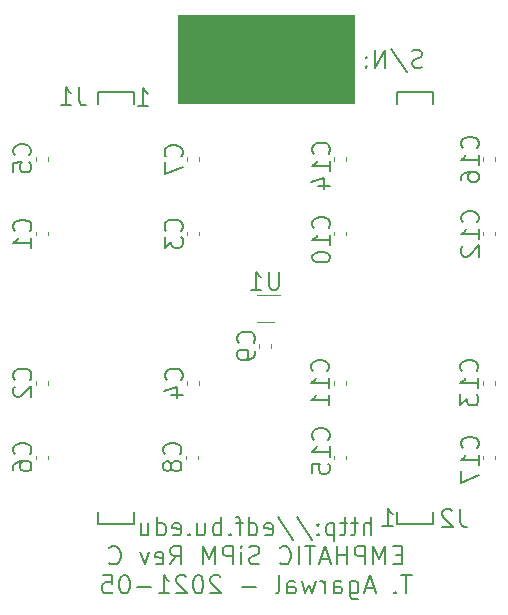
<source format=gbr>
%TF.GenerationSoftware,KiCad,Pcbnew,(5.1.9-0-10_14)*%
%TF.CreationDate,2021-05-13T13:43:04-04:00*%
%TF.ProjectId,SiPM_Board_RevC,5369504d-5f42-46f6-9172-645f52657643,rev?*%
%TF.SameCoordinates,Original*%
%TF.FileFunction,Legend,Bot*%
%TF.FilePolarity,Positive*%
%FSLAX46Y46*%
G04 Gerber Fmt 4.6, Leading zero omitted, Abs format (unit mm)*
G04 Created by KiCad (PCBNEW (5.1.9-0-10_14)) date 2021-05-13 13:43:04*
%MOMM*%
%LPD*%
G01*
G04 APERTURE LIST*
%ADD10C,0.165100*%
%ADD11C,0.100000*%
%ADD12C,0.120000*%
G04 APERTURE END LIST*
D10*
X158960857Y-119238328D02*
X158960857Y-117714328D01*
X158307714Y-119238328D02*
X158307714Y-118440042D01*
X158380285Y-118294900D01*
X158525428Y-118222328D01*
X158743142Y-118222328D01*
X158888285Y-118294900D01*
X158960857Y-118367471D01*
X157799714Y-118222328D02*
X157219142Y-118222328D01*
X157582000Y-117714328D02*
X157582000Y-119020614D01*
X157509428Y-119165757D01*
X157364285Y-119238328D01*
X157219142Y-119238328D01*
X156928857Y-118222328D02*
X156348285Y-118222328D01*
X156711142Y-117714328D02*
X156711142Y-119020614D01*
X156638571Y-119165757D01*
X156493428Y-119238328D01*
X156348285Y-119238328D01*
X155840285Y-118222328D02*
X155840285Y-119746328D01*
X155840285Y-118294900D02*
X155695142Y-118222328D01*
X155404857Y-118222328D01*
X155259714Y-118294900D01*
X155187142Y-118367471D01*
X155114571Y-118512614D01*
X155114571Y-118948042D01*
X155187142Y-119093185D01*
X155259714Y-119165757D01*
X155404857Y-119238328D01*
X155695142Y-119238328D01*
X155840285Y-119165757D01*
X154461428Y-119093185D02*
X154388857Y-119165757D01*
X154461428Y-119238328D01*
X154534000Y-119165757D01*
X154461428Y-119093185D01*
X154461428Y-119238328D01*
X154461428Y-118294900D02*
X154388857Y-118367471D01*
X154461428Y-118440042D01*
X154534000Y-118367471D01*
X154461428Y-118294900D01*
X154461428Y-118440042D01*
X152647142Y-117641757D02*
X153953428Y-119601185D01*
X151050571Y-117641757D02*
X152356857Y-119601185D01*
X149962000Y-119165757D02*
X150107142Y-119238328D01*
X150397428Y-119238328D01*
X150542571Y-119165757D01*
X150615142Y-119020614D01*
X150615142Y-118440042D01*
X150542571Y-118294900D01*
X150397428Y-118222328D01*
X150107142Y-118222328D01*
X149962000Y-118294900D01*
X149889428Y-118440042D01*
X149889428Y-118585185D01*
X150615142Y-118730328D01*
X148583142Y-119238328D02*
X148583142Y-117714328D01*
X148583142Y-119165757D02*
X148728285Y-119238328D01*
X149018571Y-119238328D01*
X149163714Y-119165757D01*
X149236285Y-119093185D01*
X149308857Y-118948042D01*
X149308857Y-118512614D01*
X149236285Y-118367471D01*
X149163714Y-118294900D01*
X149018571Y-118222328D01*
X148728285Y-118222328D01*
X148583142Y-118294900D01*
X148075142Y-118222328D02*
X147494571Y-118222328D01*
X147857428Y-119238328D02*
X147857428Y-117932042D01*
X147784857Y-117786900D01*
X147639714Y-117714328D01*
X147494571Y-117714328D01*
X146986571Y-119093185D02*
X146914000Y-119165757D01*
X146986571Y-119238328D01*
X147059142Y-119165757D01*
X146986571Y-119093185D01*
X146986571Y-119238328D01*
X146260857Y-119238328D02*
X146260857Y-117714328D01*
X146260857Y-118294900D02*
X146115714Y-118222328D01*
X145825428Y-118222328D01*
X145680285Y-118294900D01*
X145607714Y-118367471D01*
X145535142Y-118512614D01*
X145535142Y-118948042D01*
X145607714Y-119093185D01*
X145680285Y-119165757D01*
X145825428Y-119238328D01*
X146115714Y-119238328D01*
X146260857Y-119165757D01*
X144228857Y-118222328D02*
X144228857Y-119238328D01*
X144882000Y-118222328D02*
X144882000Y-119020614D01*
X144809428Y-119165757D01*
X144664285Y-119238328D01*
X144446571Y-119238328D01*
X144301428Y-119165757D01*
X144228857Y-119093185D01*
X143503142Y-119093185D02*
X143430571Y-119165757D01*
X143503142Y-119238328D01*
X143575714Y-119165757D01*
X143503142Y-119093185D01*
X143503142Y-119238328D01*
X142196857Y-119165757D02*
X142342000Y-119238328D01*
X142632285Y-119238328D01*
X142777428Y-119165757D01*
X142850000Y-119020614D01*
X142850000Y-118440042D01*
X142777428Y-118294900D01*
X142632285Y-118222328D01*
X142342000Y-118222328D01*
X142196857Y-118294900D01*
X142124285Y-118440042D01*
X142124285Y-118585185D01*
X142850000Y-118730328D01*
X140818000Y-119238328D02*
X140818000Y-117714328D01*
X140818000Y-119165757D02*
X140963142Y-119238328D01*
X141253428Y-119238328D01*
X141398571Y-119165757D01*
X141471142Y-119093185D01*
X141543714Y-118948042D01*
X141543714Y-118512614D01*
X141471142Y-118367471D01*
X141398571Y-118294900D01*
X141253428Y-118222328D01*
X140963142Y-118222328D01*
X140818000Y-118294900D01*
X139439142Y-118222328D02*
X139439142Y-119238328D01*
X140092285Y-118222328D02*
X140092285Y-119020614D01*
X140019714Y-119165757D01*
X139874571Y-119238328D01*
X139656857Y-119238328D01*
X139511714Y-119165757D01*
X139439142Y-119093185D01*
X161537142Y-120891142D02*
X161029142Y-120891142D01*
X160811428Y-121689428D02*
X161537142Y-121689428D01*
X161537142Y-120165428D01*
X160811428Y-120165428D01*
X160158285Y-121689428D02*
X160158285Y-120165428D01*
X159650285Y-121254000D01*
X159142285Y-120165428D01*
X159142285Y-121689428D01*
X158416571Y-121689428D02*
X158416571Y-120165428D01*
X157836000Y-120165428D01*
X157690857Y-120238000D01*
X157618285Y-120310571D01*
X157545714Y-120455714D01*
X157545714Y-120673428D01*
X157618285Y-120818571D01*
X157690857Y-120891142D01*
X157836000Y-120963714D01*
X158416571Y-120963714D01*
X156892571Y-121689428D02*
X156892571Y-120165428D01*
X156892571Y-120891142D02*
X156021714Y-120891142D01*
X156021714Y-121689428D02*
X156021714Y-120165428D01*
X155368571Y-121254000D02*
X154642857Y-121254000D01*
X155513714Y-121689428D02*
X155005714Y-120165428D01*
X154497714Y-121689428D01*
X154207428Y-120165428D02*
X153336571Y-120165428D01*
X153772000Y-121689428D02*
X153772000Y-120165428D01*
X152828571Y-121689428D02*
X152828571Y-120165428D01*
X151232000Y-121544285D02*
X151304571Y-121616857D01*
X151522285Y-121689428D01*
X151667428Y-121689428D01*
X151885142Y-121616857D01*
X152030285Y-121471714D01*
X152102857Y-121326571D01*
X152175428Y-121036285D01*
X152175428Y-120818571D01*
X152102857Y-120528285D01*
X152030285Y-120383142D01*
X151885142Y-120238000D01*
X151667428Y-120165428D01*
X151522285Y-120165428D01*
X151304571Y-120238000D01*
X151232000Y-120310571D01*
X149490285Y-121616857D02*
X149272571Y-121689428D01*
X148909714Y-121689428D01*
X148764571Y-121616857D01*
X148692000Y-121544285D01*
X148619428Y-121399142D01*
X148619428Y-121254000D01*
X148692000Y-121108857D01*
X148764571Y-121036285D01*
X148909714Y-120963714D01*
X149200000Y-120891142D01*
X149345142Y-120818571D01*
X149417714Y-120746000D01*
X149490285Y-120600857D01*
X149490285Y-120455714D01*
X149417714Y-120310571D01*
X149345142Y-120238000D01*
X149200000Y-120165428D01*
X148837142Y-120165428D01*
X148619428Y-120238000D01*
X147966285Y-121689428D02*
X147966285Y-120673428D01*
X147966285Y-120165428D02*
X148038857Y-120238000D01*
X147966285Y-120310571D01*
X147893714Y-120238000D01*
X147966285Y-120165428D01*
X147966285Y-120310571D01*
X147240571Y-121689428D02*
X147240571Y-120165428D01*
X146660000Y-120165428D01*
X146514857Y-120238000D01*
X146442285Y-120310571D01*
X146369714Y-120455714D01*
X146369714Y-120673428D01*
X146442285Y-120818571D01*
X146514857Y-120891142D01*
X146660000Y-120963714D01*
X147240571Y-120963714D01*
X145716571Y-121689428D02*
X145716571Y-120165428D01*
X145208571Y-121254000D01*
X144700571Y-120165428D01*
X144700571Y-121689428D01*
X141942857Y-121689428D02*
X142450857Y-120963714D01*
X142813714Y-121689428D02*
X142813714Y-120165428D01*
X142233142Y-120165428D01*
X142088000Y-120238000D01*
X142015428Y-120310571D01*
X141942857Y-120455714D01*
X141942857Y-120673428D01*
X142015428Y-120818571D01*
X142088000Y-120891142D01*
X142233142Y-120963714D01*
X142813714Y-120963714D01*
X140709142Y-121616857D02*
X140854285Y-121689428D01*
X141144571Y-121689428D01*
X141289714Y-121616857D01*
X141362285Y-121471714D01*
X141362285Y-120891142D01*
X141289714Y-120746000D01*
X141144571Y-120673428D01*
X140854285Y-120673428D01*
X140709142Y-120746000D01*
X140636571Y-120891142D01*
X140636571Y-121036285D01*
X141362285Y-121181428D01*
X140128571Y-120673428D02*
X139765714Y-121689428D01*
X139402857Y-120673428D01*
X136790285Y-121544285D02*
X136862857Y-121616857D01*
X137080571Y-121689428D01*
X137225714Y-121689428D01*
X137443428Y-121616857D01*
X137588571Y-121471714D01*
X137661142Y-121326571D01*
X137733714Y-121036285D01*
X137733714Y-120818571D01*
X137661142Y-120528285D01*
X137588571Y-120383142D01*
X137443428Y-120238000D01*
X137225714Y-120165428D01*
X137080571Y-120165428D01*
X136862857Y-120238000D01*
X136790285Y-120310571D01*
X162371714Y-122616528D02*
X161500857Y-122616528D01*
X161936285Y-124140528D02*
X161936285Y-122616528D01*
X160992857Y-123995385D02*
X160920285Y-124067957D01*
X160992857Y-124140528D01*
X161065428Y-124067957D01*
X160992857Y-123995385D01*
X160992857Y-124140528D01*
X159178571Y-123705100D02*
X158452857Y-123705100D01*
X159323714Y-124140528D02*
X158815714Y-122616528D01*
X158307714Y-124140528D01*
X157146571Y-123124528D02*
X157146571Y-124358242D01*
X157219142Y-124503385D01*
X157291714Y-124575957D01*
X157436857Y-124648528D01*
X157654571Y-124648528D01*
X157799714Y-124575957D01*
X157146571Y-124067957D02*
X157291714Y-124140528D01*
X157582000Y-124140528D01*
X157727142Y-124067957D01*
X157799714Y-123995385D01*
X157872285Y-123850242D01*
X157872285Y-123414814D01*
X157799714Y-123269671D01*
X157727142Y-123197100D01*
X157582000Y-123124528D01*
X157291714Y-123124528D01*
X157146571Y-123197100D01*
X155767714Y-124140528D02*
X155767714Y-123342242D01*
X155840285Y-123197100D01*
X155985428Y-123124528D01*
X156275714Y-123124528D01*
X156420857Y-123197100D01*
X155767714Y-124067957D02*
X155912857Y-124140528D01*
X156275714Y-124140528D01*
X156420857Y-124067957D01*
X156493428Y-123922814D01*
X156493428Y-123777671D01*
X156420857Y-123632528D01*
X156275714Y-123559957D01*
X155912857Y-123559957D01*
X155767714Y-123487385D01*
X155042000Y-124140528D02*
X155042000Y-123124528D01*
X155042000Y-123414814D02*
X154969428Y-123269671D01*
X154896857Y-123197100D01*
X154751714Y-123124528D01*
X154606571Y-123124528D01*
X154243714Y-123124528D02*
X153953428Y-124140528D01*
X153663142Y-123414814D01*
X153372857Y-124140528D01*
X153082571Y-123124528D01*
X151848857Y-124140528D02*
X151848857Y-123342242D01*
X151921428Y-123197100D01*
X152066571Y-123124528D01*
X152356857Y-123124528D01*
X152502000Y-123197100D01*
X151848857Y-124067957D02*
X151994000Y-124140528D01*
X152356857Y-124140528D01*
X152502000Y-124067957D01*
X152574571Y-123922814D01*
X152574571Y-123777671D01*
X152502000Y-123632528D01*
X152356857Y-123559957D01*
X151994000Y-123559957D01*
X151848857Y-123487385D01*
X150905428Y-124140528D02*
X151050571Y-124067957D01*
X151123142Y-123922814D01*
X151123142Y-122616528D01*
X149163714Y-123559957D02*
X148002571Y-123559957D01*
X146188285Y-122761671D02*
X146115714Y-122689100D01*
X145970571Y-122616528D01*
X145607714Y-122616528D01*
X145462571Y-122689100D01*
X145390000Y-122761671D01*
X145317428Y-122906814D01*
X145317428Y-123051957D01*
X145390000Y-123269671D01*
X146260857Y-124140528D01*
X145317428Y-124140528D01*
X144374000Y-122616528D02*
X144228857Y-122616528D01*
X144083714Y-122689100D01*
X144011142Y-122761671D01*
X143938571Y-122906814D01*
X143866000Y-123197100D01*
X143866000Y-123559957D01*
X143938571Y-123850242D01*
X144011142Y-123995385D01*
X144083714Y-124067957D01*
X144228857Y-124140528D01*
X144374000Y-124140528D01*
X144519142Y-124067957D01*
X144591714Y-123995385D01*
X144664285Y-123850242D01*
X144736857Y-123559957D01*
X144736857Y-123197100D01*
X144664285Y-122906814D01*
X144591714Y-122761671D01*
X144519142Y-122689100D01*
X144374000Y-122616528D01*
X143285428Y-122761671D02*
X143212857Y-122689100D01*
X143067714Y-122616528D01*
X142704857Y-122616528D01*
X142559714Y-122689100D01*
X142487142Y-122761671D01*
X142414571Y-122906814D01*
X142414571Y-123051957D01*
X142487142Y-123269671D01*
X143358000Y-124140528D01*
X142414571Y-124140528D01*
X140963142Y-124140528D02*
X141834000Y-124140528D01*
X141398571Y-124140528D02*
X141398571Y-122616528D01*
X141543714Y-122834242D01*
X141688857Y-122979385D01*
X141834000Y-123051957D01*
X140310000Y-123559957D02*
X139148857Y-123559957D01*
X138132857Y-122616528D02*
X137987714Y-122616528D01*
X137842571Y-122689100D01*
X137770000Y-122761671D01*
X137697428Y-122906814D01*
X137624857Y-123197100D01*
X137624857Y-123559957D01*
X137697428Y-123850242D01*
X137770000Y-123995385D01*
X137842571Y-124067957D01*
X137987714Y-124140528D01*
X138132857Y-124140528D01*
X138278000Y-124067957D01*
X138350571Y-123995385D01*
X138423142Y-123850242D01*
X138495714Y-123559957D01*
X138495714Y-123197100D01*
X138423142Y-122906814D01*
X138350571Y-122761671D01*
X138278000Y-122689100D01*
X138132857Y-122616528D01*
X136246000Y-122616528D02*
X136971714Y-122616528D01*
X137044285Y-123342242D01*
X136971714Y-123269671D01*
X136826571Y-123197100D01*
X136463714Y-123197100D01*
X136318571Y-123269671D01*
X136246000Y-123342242D01*
X136173428Y-123487385D01*
X136173428Y-123850242D01*
X136246000Y-123995385D01*
X136318571Y-124067957D01*
X136463714Y-124140528D01*
X136826571Y-124140528D01*
X136971714Y-124067957D01*
X137044285Y-123995385D01*
D11*
G36*
X157500000Y-82600000D02*
G01*
X142600000Y-82600000D01*
X142600000Y-75200000D01*
X157500000Y-75200000D01*
X157500000Y-82600000D01*
G37*
X157500000Y-82600000D02*
X142600000Y-82600000D01*
X142600000Y-75200000D01*
X157500000Y-75200000D01*
X157500000Y-82600000D01*
D10*
X163264857Y-79566857D02*
X163047142Y-79639428D01*
X162684285Y-79639428D01*
X162539142Y-79566857D01*
X162466571Y-79494285D01*
X162394000Y-79349142D01*
X162394000Y-79204000D01*
X162466571Y-79058857D01*
X162539142Y-78986285D01*
X162684285Y-78913714D01*
X162974571Y-78841142D01*
X163119714Y-78768571D01*
X163192285Y-78696000D01*
X163264857Y-78550857D01*
X163264857Y-78405714D01*
X163192285Y-78260571D01*
X163119714Y-78188000D01*
X162974571Y-78115428D01*
X162611714Y-78115428D01*
X162394000Y-78188000D01*
X160652285Y-78042857D02*
X161958571Y-80002285D01*
X160144285Y-79639428D02*
X160144285Y-78115428D01*
X159273428Y-79639428D01*
X159273428Y-78115428D01*
X158547714Y-79494285D02*
X158475142Y-79566857D01*
X158547714Y-79639428D01*
X158620285Y-79566857D01*
X158547714Y-79494285D01*
X158547714Y-79639428D01*
X158547714Y-78696000D02*
X158475142Y-78768571D01*
X158547714Y-78841142D01*
X158620285Y-78768571D01*
X158547714Y-78696000D01*
X158547714Y-78841142D01*
%TO.C,J2*%
X161106000Y-81712000D02*
X164154000Y-81712000D01*
X164154000Y-81712000D02*
X164154000Y-82728000D01*
X161106000Y-82728000D02*
X161106000Y-81712000D01*
X161106000Y-118288000D02*
X161106000Y-117272000D01*
X164154000Y-118288000D02*
X161106000Y-118288000D01*
X164154000Y-117272000D02*
X164154000Y-118288000D01*
D12*
%TO.C,C16*%
X168430000Y-87223733D02*
X168430000Y-87516267D01*
X169450000Y-87223733D02*
X169450000Y-87516267D01*
%TO.C,U1*%
X149300000Y-98840000D02*
X151200000Y-98840000D01*
X150700000Y-101160000D02*
X149300000Y-101160000D01*
D10*
%TO.C,J1*%
X138894000Y-118288000D02*
X135846000Y-118288000D01*
X135846000Y-118288000D02*
X135846000Y-117272000D01*
X138894000Y-117272000D02*
X138894000Y-118288000D01*
X138894000Y-81712000D02*
X138894000Y-82728000D01*
X135846000Y-81712000D02*
X138894000Y-81712000D01*
X135846000Y-82728000D02*
X135846000Y-81712000D01*
D12*
%TO.C,C15*%
X155800000Y-112483733D02*
X155800000Y-112776267D01*
X156820000Y-112483733D02*
X156820000Y-112776267D01*
%TO.C,C9*%
X150510000Y-103033733D02*
X150510000Y-103326267D01*
X149490000Y-103033733D02*
X149490000Y-103326267D01*
%TO.C,C5*%
X131570000Y-87223733D02*
X131570000Y-87516267D01*
X130550000Y-87223733D02*
X130550000Y-87516267D01*
%TO.C,C7*%
X143360000Y-87223733D02*
X143360000Y-87516267D01*
X144380000Y-87223733D02*
X144380000Y-87516267D01*
%TO.C,C6*%
X131570000Y-112483733D02*
X131570000Y-112776267D01*
X130550000Y-112483733D02*
X130550000Y-112776267D01*
%TO.C,C8*%
X143310000Y-112483733D02*
X143310000Y-112776267D01*
X144330000Y-112483733D02*
X144330000Y-112776267D01*
%TO.C,C14*%
X156820000Y-87223733D02*
X156820000Y-87516267D01*
X155800000Y-87223733D02*
X155800000Y-87516267D01*
%TO.C,C17*%
X169450000Y-112483733D02*
X169450000Y-112776267D01*
X168430000Y-112483733D02*
X168430000Y-112776267D01*
%TO.C,C1*%
X130550000Y-93543733D02*
X130550000Y-93836267D01*
X131570000Y-93543733D02*
X131570000Y-93836267D01*
%TO.C,C3*%
X144380000Y-93543733D02*
X144380000Y-93836267D01*
X143360000Y-93543733D02*
X143360000Y-93836267D01*
%TO.C,C2*%
X130550000Y-106163733D02*
X130550000Y-106456267D01*
X131570000Y-106163733D02*
X131570000Y-106456267D01*
%TO.C,C4*%
X144380000Y-106163733D02*
X144380000Y-106456267D01*
X143360000Y-106163733D02*
X143360000Y-106456267D01*
%TO.C,C10*%
X155800000Y-93543733D02*
X155800000Y-93836267D01*
X156820000Y-93543733D02*
X156820000Y-93836267D01*
%TO.C,C12*%
X169450000Y-93543733D02*
X169450000Y-93836267D01*
X168430000Y-93543733D02*
X168430000Y-93836267D01*
%TO.C,C11*%
X155800000Y-106163733D02*
X155800000Y-106456267D01*
X156820000Y-106163733D02*
X156820000Y-106456267D01*
%TO.C,C13*%
X169450000Y-106163733D02*
X169450000Y-106456267D01*
X168430000Y-106163733D02*
X168430000Y-106456267D01*
%TO.C,J2*%
D10*
X166468000Y-116985428D02*
X166468000Y-118074000D01*
X166540571Y-118291714D01*
X166685714Y-118436857D01*
X166903428Y-118509428D01*
X167048571Y-118509428D01*
X165814857Y-117130571D02*
X165742285Y-117058000D01*
X165597142Y-116985428D01*
X165234285Y-116985428D01*
X165089142Y-117058000D01*
X165016571Y-117130571D01*
X164944000Y-117275714D01*
X164944000Y-117420857D01*
X165016571Y-117638571D01*
X165887428Y-118509428D01*
X164944000Y-118509428D01*
X159908571Y-118469428D02*
X160779428Y-118469428D01*
X160344000Y-118469428D02*
X160344000Y-116945428D01*
X160489142Y-117163142D01*
X160634285Y-117308285D01*
X160779428Y-117380857D01*
%TO.C,C16*%
X167944285Y-86420285D02*
X168016857Y-86347714D01*
X168089428Y-86130000D01*
X168089428Y-85984857D01*
X168016857Y-85767142D01*
X167871714Y-85622000D01*
X167726571Y-85549428D01*
X167436285Y-85476857D01*
X167218571Y-85476857D01*
X166928285Y-85549428D01*
X166783142Y-85622000D01*
X166638000Y-85767142D01*
X166565428Y-85984857D01*
X166565428Y-86130000D01*
X166638000Y-86347714D01*
X166710571Y-86420285D01*
X168089428Y-87871714D02*
X168089428Y-87000857D01*
X168089428Y-87436285D02*
X166565428Y-87436285D01*
X166783142Y-87291142D01*
X166928285Y-87146000D01*
X167000857Y-87000857D01*
X166565428Y-89178000D02*
X166565428Y-88887714D01*
X166638000Y-88742571D01*
X166710571Y-88670000D01*
X166928285Y-88524857D01*
X167218571Y-88452285D01*
X167799142Y-88452285D01*
X167944285Y-88524857D01*
X168016857Y-88597428D01*
X168089428Y-88742571D01*
X168089428Y-89032857D01*
X168016857Y-89178000D01*
X167944285Y-89250571D01*
X167799142Y-89323142D01*
X167436285Y-89323142D01*
X167291142Y-89250571D01*
X167218571Y-89178000D01*
X167146000Y-89032857D01*
X167146000Y-88742571D01*
X167218571Y-88597428D01*
X167291142Y-88524857D01*
X167436285Y-88452285D01*
%TO.C,U1*%
X151161142Y-96915428D02*
X151161142Y-98149142D01*
X151088571Y-98294285D01*
X151016000Y-98366857D01*
X150870857Y-98439428D01*
X150580571Y-98439428D01*
X150435428Y-98366857D01*
X150362857Y-98294285D01*
X150290285Y-98149142D01*
X150290285Y-96915428D01*
X148766285Y-98439428D02*
X149637142Y-98439428D01*
X149201714Y-98439428D02*
X149201714Y-96915428D01*
X149346857Y-97133142D01*
X149492000Y-97278285D01*
X149637142Y-97350857D01*
%TO.C,J1*%
X134208000Y-81305428D02*
X134208000Y-82394000D01*
X134280571Y-82611714D01*
X134425714Y-82756857D01*
X134643428Y-82829428D01*
X134788571Y-82829428D01*
X132684000Y-82829428D02*
X133554857Y-82829428D01*
X133119428Y-82829428D02*
X133119428Y-81305428D01*
X133264571Y-81523142D01*
X133409714Y-81668285D01*
X133554857Y-81740857D01*
X139220571Y-82909428D02*
X140091428Y-82909428D01*
X139656000Y-82909428D02*
X139656000Y-81385428D01*
X139801142Y-81603142D01*
X139946285Y-81748285D01*
X140091428Y-81820857D01*
%TO.C,C15*%
X155314285Y-111120285D02*
X155386857Y-111047714D01*
X155459428Y-110830000D01*
X155459428Y-110684857D01*
X155386857Y-110467142D01*
X155241714Y-110322000D01*
X155096571Y-110249428D01*
X154806285Y-110176857D01*
X154588571Y-110176857D01*
X154298285Y-110249428D01*
X154153142Y-110322000D01*
X154008000Y-110467142D01*
X153935428Y-110684857D01*
X153935428Y-110830000D01*
X154008000Y-111047714D01*
X154080571Y-111120285D01*
X155459428Y-112571714D02*
X155459428Y-111700857D01*
X155459428Y-112136285D02*
X153935428Y-112136285D01*
X154153142Y-111991142D01*
X154298285Y-111846000D01*
X154370857Y-111700857D01*
X153935428Y-113950571D02*
X153935428Y-113224857D01*
X154661142Y-113152285D01*
X154588571Y-113224857D01*
X154516000Y-113370000D01*
X154516000Y-113732857D01*
X154588571Y-113878000D01*
X154661142Y-113950571D01*
X154806285Y-114023142D01*
X155169142Y-114023142D01*
X155314285Y-113950571D01*
X155386857Y-113878000D01*
X155459428Y-113732857D01*
X155459428Y-113370000D01*
X155386857Y-113224857D01*
X155314285Y-113152285D01*
%TO.C,C9*%
X148994285Y-102916000D02*
X149066857Y-102843428D01*
X149139428Y-102625714D01*
X149139428Y-102480571D01*
X149066857Y-102262857D01*
X148921714Y-102117714D01*
X148776571Y-102045142D01*
X148486285Y-101972571D01*
X148268571Y-101972571D01*
X147978285Y-102045142D01*
X147833142Y-102117714D01*
X147688000Y-102262857D01*
X147615428Y-102480571D01*
X147615428Y-102625714D01*
X147688000Y-102843428D01*
X147760571Y-102916000D01*
X149139428Y-103641714D02*
X149139428Y-103932000D01*
X149066857Y-104077142D01*
X148994285Y-104149714D01*
X148776571Y-104294857D01*
X148486285Y-104367428D01*
X147905714Y-104367428D01*
X147760571Y-104294857D01*
X147688000Y-104222285D01*
X147615428Y-104077142D01*
X147615428Y-103786857D01*
X147688000Y-103641714D01*
X147760571Y-103569142D01*
X147905714Y-103496571D01*
X148268571Y-103496571D01*
X148413714Y-103569142D01*
X148486285Y-103641714D01*
X148558857Y-103786857D01*
X148558857Y-104077142D01*
X148486285Y-104222285D01*
X148413714Y-104294857D01*
X148268571Y-104367428D01*
%TO.C,C5*%
X130014285Y-87046000D02*
X130086857Y-86973428D01*
X130159428Y-86755714D01*
X130159428Y-86610571D01*
X130086857Y-86392857D01*
X129941714Y-86247714D01*
X129796571Y-86175142D01*
X129506285Y-86102571D01*
X129288571Y-86102571D01*
X128998285Y-86175142D01*
X128853142Y-86247714D01*
X128708000Y-86392857D01*
X128635428Y-86610571D01*
X128635428Y-86755714D01*
X128708000Y-86973428D01*
X128780571Y-87046000D01*
X128635428Y-88424857D02*
X128635428Y-87699142D01*
X129361142Y-87626571D01*
X129288571Y-87699142D01*
X129216000Y-87844285D01*
X129216000Y-88207142D01*
X129288571Y-88352285D01*
X129361142Y-88424857D01*
X129506285Y-88497428D01*
X129869142Y-88497428D01*
X130014285Y-88424857D01*
X130086857Y-88352285D01*
X130159428Y-88207142D01*
X130159428Y-87844285D01*
X130086857Y-87699142D01*
X130014285Y-87626571D01*
%TO.C,C7*%
X142844285Y-87146000D02*
X142916857Y-87073428D01*
X142989428Y-86855714D01*
X142989428Y-86710571D01*
X142916857Y-86492857D01*
X142771714Y-86347714D01*
X142626571Y-86275142D01*
X142336285Y-86202571D01*
X142118571Y-86202571D01*
X141828285Y-86275142D01*
X141683142Y-86347714D01*
X141538000Y-86492857D01*
X141465428Y-86710571D01*
X141465428Y-86855714D01*
X141538000Y-87073428D01*
X141610571Y-87146000D01*
X141465428Y-87654000D02*
X141465428Y-88670000D01*
X142989428Y-88016857D01*
%TO.C,C6*%
X130044285Y-112346000D02*
X130116857Y-112273428D01*
X130189428Y-112055714D01*
X130189428Y-111910571D01*
X130116857Y-111692857D01*
X129971714Y-111547714D01*
X129826571Y-111475142D01*
X129536285Y-111402571D01*
X129318571Y-111402571D01*
X129028285Y-111475142D01*
X128883142Y-111547714D01*
X128738000Y-111692857D01*
X128665428Y-111910571D01*
X128665428Y-112055714D01*
X128738000Y-112273428D01*
X128810571Y-112346000D01*
X128665428Y-113652285D02*
X128665428Y-113362000D01*
X128738000Y-113216857D01*
X128810571Y-113144285D01*
X129028285Y-112999142D01*
X129318571Y-112926571D01*
X129899142Y-112926571D01*
X130044285Y-112999142D01*
X130116857Y-113071714D01*
X130189428Y-113216857D01*
X130189428Y-113507142D01*
X130116857Y-113652285D01*
X130044285Y-113724857D01*
X129899142Y-113797428D01*
X129536285Y-113797428D01*
X129391142Y-113724857D01*
X129318571Y-113652285D01*
X129246000Y-113507142D01*
X129246000Y-113216857D01*
X129318571Y-113071714D01*
X129391142Y-112999142D01*
X129536285Y-112926571D01*
%TO.C,C8*%
X142744285Y-112346000D02*
X142816857Y-112273428D01*
X142889428Y-112055714D01*
X142889428Y-111910571D01*
X142816857Y-111692857D01*
X142671714Y-111547714D01*
X142526571Y-111475142D01*
X142236285Y-111402571D01*
X142018571Y-111402571D01*
X141728285Y-111475142D01*
X141583142Y-111547714D01*
X141438000Y-111692857D01*
X141365428Y-111910571D01*
X141365428Y-112055714D01*
X141438000Y-112273428D01*
X141510571Y-112346000D01*
X142018571Y-113216857D02*
X141946000Y-113071714D01*
X141873428Y-112999142D01*
X141728285Y-112926571D01*
X141655714Y-112926571D01*
X141510571Y-112999142D01*
X141438000Y-113071714D01*
X141365428Y-113216857D01*
X141365428Y-113507142D01*
X141438000Y-113652285D01*
X141510571Y-113724857D01*
X141655714Y-113797428D01*
X141728285Y-113797428D01*
X141873428Y-113724857D01*
X141946000Y-113652285D01*
X142018571Y-113507142D01*
X142018571Y-113216857D01*
X142091142Y-113071714D01*
X142163714Y-112999142D01*
X142308857Y-112926571D01*
X142599142Y-112926571D01*
X142744285Y-112999142D01*
X142816857Y-113071714D01*
X142889428Y-113216857D01*
X142889428Y-113507142D01*
X142816857Y-113652285D01*
X142744285Y-113724857D01*
X142599142Y-113797428D01*
X142308857Y-113797428D01*
X142163714Y-113724857D01*
X142091142Y-113652285D01*
X142018571Y-113507142D01*
%TO.C,C14*%
X155344285Y-86920285D02*
X155416857Y-86847714D01*
X155489428Y-86630000D01*
X155489428Y-86484857D01*
X155416857Y-86267142D01*
X155271714Y-86122000D01*
X155126571Y-86049428D01*
X154836285Y-85976857D01*
X154618571Y-85976857D01*
X154328285Y-86049428D01*
X154183142Y-86122000D01*
X154038000Y-86267142D01*
X153965428Y-86484857D01*
X153965428Y-86630000D01*
X154038000Y-86847714D01*
X154110571Y-86920285D01*
X155489428Y-88371714D02*
X155489428Y-87500857D01*
X155489428Y-87936285D02*
X153965428Y-87936285D01*
X154183142Y-87791142D01*
X154328285Y-87646000D01*
X154400857Y-87500857D01*
X154473428Y-89678000D02*
X155489428Y-89678000D01*
X153892857Y-89315142D02*
X154981428Y-88952285D01*
X154981428Y-89895714D01*
%TO.C,C17*%
X167944285Y-111820285D02*
X168016857Y-111747714D01*
X168089428Y-111530000D01*
X168089428Y-111384857D01*
X168016857Y-111167142D01*
X167871714Y-111022000D01*
X167726571Y-110949428D01*
X167436285Y-110876857D01*
X167218571Y-110876857D01*
X166928285Y-110949428D01*
X166783142Y-111022000D01*
X166638000Y-111167142D01*
X166565428Y-111384857D01*
X166565428Y-111530000D01*
X166638000Y-111747714D01*
X166710571Y-111820285D01*
X168089428Y-113271714D02*
X168089428Y-112400857D01*
X168089428Y-112836285D02*
X166565428Y-112836285D01*
X166783142Y-112691142D01*
X166928285Y-112546000D01*
X167000857Y-112400857D01*
X166565428Y-113779714D02*
X166565428Y-114795714D01*
X168089428Y-114142571D01*
%TO.C,C1*%
X130044285Y-93446000D02*
X130116857Y-93373428D01*
X130189428Y-93155714D01*
X130189428Y-93010571D01*
X130116857Y-92792857D01*
X129971714Y-92647714D01*
X129826571Y-92575142D01*
X129536285Y-92502571D01*
X129318571Y-92502571D01*
X129028285Y-92575142D01*
X128883142Y-92647714D01*
X128738000Y-92792857D01*
X128665428Y-93010571D01*
X128665428Y-93155714D01*
X128738000Y-93373428D01*
X128810571Y-93446000D01*
X130189428Y-94897428D02*
X130189428Y-94026571D01*
X130189428Y-94462000D02*
X128665428Y-94462000D01*
X128883142Y-94316857D01*
X129028285Y-94171714D01*
X129100857Y-94026571D01*
%TO.C,C3*%
X142844285Y-93436000D02*
X142916857Y-93363428D01*
X142989428Y-93145714D01*
X142989428Y-93000571D01*
X142916857Y-92782857D01*
X142771714Y-92637714D01*
X142626571Y-92565142D01*
X142336285Y-92492571D01*
X142118571Y-92492571D01*
X141828285Y-92565142D01*
X141683142Y-92637714D01*
X141538000Y-92782857D01*
X141465428Y-93000571D01*
X141465428Y-93145714D01*
X141538000Y-93363428D01*
X141610571Y-93436000D01*
X141465428Y-93944000D02*
X141465428Y-94887428D01*
X142046000Y-94379428D01*
X142046000Y-94597142D01*
X142118571Y-94742285D01*
X142191142Y-94814857D01*
X142336285Y-94887428D01*
X142699142Y-94887428D01*
X142844285Y-94814857D01*
X142916857Y-94742285D01*
X142989428Y-94597142D01*
X142989428Y-94161714D01*
X142916857Y-94016571D01*
X142844285Y-93944000D01*
%TO.C,C2*%
X130044285Y-106046000D02*
X130116857Y-105973428D01*
X130189428Y-105755714D01*
X130189428Y-105610571D01*
X130116857Y-105392857D01*
X129971714Y-105247714D01*
X129826571Y-105175142D01*
X129536285Y-105102571D01*
X129318571Y-105102571D01*
X129028285Y-105175142D01*
X128883142Y-105247714D01*
X128738000Y-105392857D01*
X128665428Y-105610571D01*
X128665428Y-105755714D01*
X128738000Y-105973428D01*
X128810571Y-106046000D01*
X128810571Y-106626571D02*
X128738000Y-106699142D01*
X128665428Y-106844285D01*
X128665428Y-107207142D01*
X128738000Y-107352285D01*
X128810571Y-107424857D01*
X128955714Y-107497428D01*
X129100857Y-107497428D01*
X129318571Y-107424857D01*
X130189428Y-106554000D01*
X130189428Y-107497428D01*
%TO.C,C4*%
X142874285Y-106046000D02*
X142946857Y-105973428D01*
X143019428Y-105755714D01*
X143019428Y-105610571D01*
X142946857Y-105392857D01*
X142801714Y-105247714D01*
X142656571Y-105175142D01*
X142366285Y-105102571D01*
X142148571Y-105102571D01*
X141858285Y-105175142D01*
X141713142Y-105247714D01*
X141568000Y-105392857D01*
X141495428Y-105610571D01*
X141495428Y-105755714D01*
X141568000Y-105973428D01*
X141640571Y-106046000D01*
X142003428Y-107352285D02*
X143019428Y-107352285D01*
X141422857Y-106989428D02*
X142511428Y-106626571D01*
X142511428Y-107570000D01*
%TO.C,C10*%
X155344285Y-93220285D02*
X155416857Y-93147714D01*
X155489428Y-92930000D01*
X155489428Y-92784857D01*
X155416857Y-92567142D01*
X155271714Y-92422000D01*
X155126571Y-92349428D01*
X154836285Y-92276857D01*
X154618571Y-92276857D01*
X154328285Y-92349428D01*
X154183142Y-92422000D01*
X154038000Y-92567142D01*
X153965428Y-92784857D01*
X153965428Y-92930000D01*
X154038000Y-93147714D01*
X154110571Y-93220285D01*
X155489428Y-94671714D02*
X155489428Y-93800857D01*
X155489428Y-94236285D02*
X153965428Y-94236285D01*
X154183142Y-94091142D01*
X154328285Y-93946000D01*
X154400857Y-93800857D01*
X153965428Y-95615142D02*
X153965428Y-95760285D01*
X154038000Y-95905428D01*
X154110571Y-95978000D01*
X154255714Y-96050571D01*
X154546000Y-96123142D01*
X154908857Y-96123142D01*
X155199142Y-96050571D01*
X155344285Y-95978000D01*
X155416857Y-95905428D01*
X155489428Y-95760285D01*
X155489428Y-95615142D01*
X155416857Y-95470000D01*
X155344285Y-95397428D01*
X155199142Y-95324857D01*
X154908857Y-95252285D01*
X154546000Y-95252285D01*
X154255714Y-95324857D01*
X154110571Y-95397428D01*
X154038000Y-95470000D01*
X153965428Y-95615142D01*
%TO.C,C12*%
X167944285Y-92720285D02*
X168016857Y-92647714D01*
X168089428Y-92430000D01*
X168089428Y-92284857D01*
X168016857Y-92067142D01*
X167871714Y-91922000D01*
X167726571Y-91849428D01*
X167436285Y-91776857D01*
X167218571Y-91776857D01*
X166928285Y-91849428D01*
X166783142Y-91922000D01*
X166638000Y-92067142D01*
X166565428Y-92284857D01*
X166565428Y-92430000D01*
X166638000Y-92647714D01*
X166710571Y-92720285D01*
X168089428Y-94171714D02*
X168089428Y-93300857D01*
X168089428Y-93736285D02*
X166565428Y-93736285D01*
X166783142Y-93591142D01*
X166928285Y-93446000D01*
X167000857Y-93300857D01*
X166710571Y-94752285D02*
X166638000Y-94824857D01*
X166565428Y-94970000D01*
X166565428Y-95332857D01*
X166638000Y-95478000D01*
X166710571Y-95550571D01*
X166855714Y-95623142D01*
X167000857Y-95623142D01*
X167218571Y-95550571D01*
X168089428Y-94679714D01*
X168089428Y-95623142D01*
%TO.C,C11*%
X155244285Y-105320285D02*
X155316857Y-105247714D01*
X155389428Y-105030000D01*
X155389428Y-104884857D01*
X155316857Y-104667142D01*
X155171714Y-104522000D01*
X155026571Y-104449428D01*
X154736285Y-104376857D01*
X154518571Y-104376857D01*
X154228285Y-104449428D01*
X154083142Y-104522000D01*
X153938000Y-104667142D01*
X153865428Y-104884857D01*
X153865428Y-105030000D01*
X153938000Y-105247714D01*
X154010571Y-105320285D01*
X155389428Y-106771714D02*
X155389428Y-105900857D01*
X155389428Y-106336285D02*
X153865428Y-106336285D01*
X154083142Y-106191142D01*
X154228285Y-106046000D01*
X154300857Y-105900857D01*
X155389428Y-108223142D02*
X155389428Y-107352285D01*
X155389428Y-107787714D02*
X153865428Y-107787714D01*
X154083142Y-107642571D01*
X154228285Y-107497428D01*
X154300857Y-107352285D01*
%TO.C,C13*%
X167874285Y-105320285D02*
X167946857Y-105247714D01*
X168019428Y-105030000D01*
X168019428Y-104884857D01*
X167946857Y-104667142D01*
X167801714Y-104522000D01*
X167656571Y-104449428D01*
X167366285Y-104376857D01*
X167148571Y-104376857D01*
X166858285Y-104449428D01*
X166713142Y-104522000D01*
X166568000Y-104667142D01*
X166495428Y-104884857D01*
X166495428Y-105030000D01*
X166568000Y-105247714D01*
X166640571Y-105320285D01*
X168019428Y-106771714D02*
X168019428Y-105900857D01*
X168019428Y-106336285D02*
X166495428Y-106336285D01*
X166713142Y-106191142D01*
X166858285Y-106046000D01*
X166930857Y-105900857D01*
X166495428Y-107279714D02*
X166495428Y-108223142D01*
X167076000Y-107715142D01*
X167076000Y-107932857D01*
X167148571Y-108078000D01*
X167221142Y-108150571D01*
X167366285Y-108223142D01*
X167729142Y-108223142D01*
X167874285Y-108150571D01*
X167946857Y-108078000D01*
X168019428Y-107932857D01*
X168019428Y-107497428D01*
X167946857Y-107352285D01*
X167874285Y-107279714D01*
%TD*%
M02*

</source>
